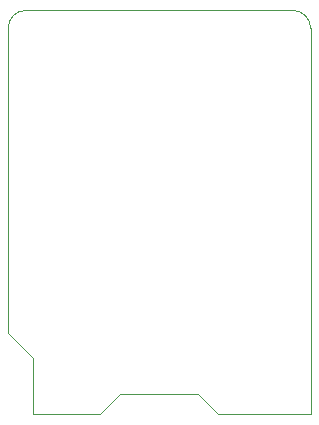
<source format=gm1>
G04*
G04 #@! TF.GenerationSoftware,Altium Limited,Altium Designer,19.1.9 (167)*
G04*
G04 Layer_Color=16711935*
%FSLAX24Y24*%
%MOIN*%
G70*
G01*
G75*
%ADD68C,0.0039*%
D68*
X591Y13465D02*
G03*
X0Y12874I0J-591D01*
G01*
X10079D02*
G03*
X9488Y13465I-591J0D01*
G01*
X827Y0D02*
X3071D01*
X7008D02*
X10079D01*
X3071D02*
X3740Y669D01*
X6339D02*
X7008Y0D01*
X3740Y669D02*
X6339D01*
X0Y2697D02*
Y12874D01*
Y2697D02*
X827Y1870D01*
Y0D02*
Y1870D01*
X591Y13465D02*
X9488D01*
X10079Y0D02*
Y12874D01*
M02*

</source>
